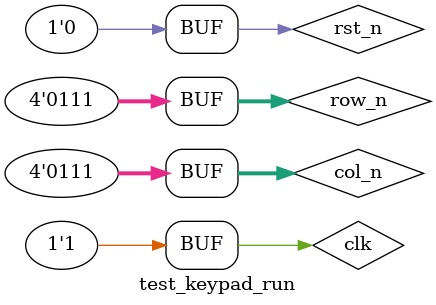
<source format=v>
`timescale 1ns / 1ps


module test_keypad_run;

	// Inputs
	reg clk;
	reg rst_n;
	reg [3:0] col_n;
	reg [3:0] row_n;

	// Outputs
	wire [14:0] display;
	wire [3:0] col_out;
	wire [3:0] row_out;

	// Instantiate the Unit Under Test (UUT)
	top uut (
		.clk(clk), 
		.rst_n(rst_n), 
		.col_n(col_n), 
		.row_n(row_n), 
		.display(display), 
		.col_out(col_out), 
		.row_out(row_out)
	);

	initial begin
		// Initialize Inputs
		clk = 0;
		rst_n = 0;
		col_n = 0;
		row_n = 0;

		// Wait 100 ns for global reset to finish
		#100;
 #100 clk = 0;rst_n = 0;col_n = 4'b1110;row_n = 4'b1110;
		#100 clk = 1;rst_n = 0;col_n = 4'b1110;row_n = 4'b1110;
		#100 clk = 0;rst_n = 0;col_n = 4'b1101;row_n = 4'b1110;
		#100 clk = 1;rst_n = 0;col_n = 4'b1101;row_n = 4'b1110;
		#100 clk = 0;rst_n = 0;col_n = 4'b1011;row_n = 4'b1110;
		#100 clk = 1;rst_n = 0;col_n = 4'b1011;row_n = 4'b1110;
		#100 clk = 0;rst_n = 0;col_n = 4'b0111;row_n = 4'b1110;
		#100 clk = 1;rst_n = 0;col_n = 4'b0111;row_n = 4'b1110;

		#100 clk = 0;rst_n = 0;col_n = 4'b1110;row_n = 4'b1101;
		#100 clk = 1;rst_n = 0;col_n = 4'b1110;row_n = 4'b1101;
		#100 clk = 0;rst_n = 0;col_n = 4'b1101;row_n = 4'b1101;
		#100 clk = 1;rst_n = 0;col_n = 4'b1101;row_n = 4'b1101;
		#100 clk = 0;rst_n = 0;col_n = 4'b1011;row_n = 4'b1101;
		#100 clk = 1;rst_n = 0;col_n = 4'b1011;row_n = 4'b1101;
		#100 clk = 0;rst_n = 0;col_n = 4'b0111;row_n = 4'b1101;
		#100 clk = 1;rst_n = 0;col_n = 4'b0111;row_n = 4'b1101;
		
		#100 clk = 0;rst_n = 0;col_n = 4'b1110;row_n = 4'b1011;
		#100 clk = 1;rst_n = 0;col_n = 4'b1110;row_n = 4'b1011;
		#100 clk = 0;rst_n = 0;col_n = 4'b1101;row_n = 4'b1011;
		#100 clk = 1;rst_n = 0;col_n = 4'b1101;row_n = 4'b1011;
		#100 clk = 0;rst_n = 0;col_n = 4'b1011;row_n = 4'b1011;
		#100 clk = 1;rst_n = 0;col_n = 4'b1011;row_n = 4'b1011;
		#100 clk = 0;rst_n = 0;col_n = 4'b0111;row_n = 4'b1011;
		#100 clk = 1;rst_n = 0;col_n = 4'b0111;row_n = 4'b1011;
		
		#100 clk = 0;rst_n = 0;col_n = 4'b1110;row_n = 4'b0111;
		#100 clk = 1;rst_n = 0;col_n = 4'b1110;row_n = 4'b0111;
		#100 clk = 0;rst_n = 0;col_n = 4'b1101;row_n = 4'b0111;
		#100 clk = 1;rst_n = 0;col_n = 4'b1101;row_n = 4'b0111;
		#100 clk = 0;rst_n = 0;col_n = 4'b1011;row_n = 4'b0111;
		#100 clk = 1;rst_n = 0;col_n = 4'b1011;row_n = 4'b0111;
		#100 clk = 0;rst_n = 0;col_n = 4'b0111;row_n = 4'b0111;
		#100 clk = 1;rst_n = 0;col_n = 4'b0111;row_n = 4'b0111;       
		// Add stimulus here

	end
      
endmodule


</source>
